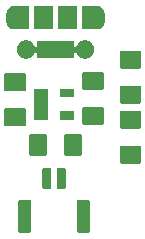
<source format=gbr>
G04 #@! TF.GenerationSoftware,KiCad,Pcbnew,(5.1.4)-1*
G04 #@! TF.CreationDate,2020-08-30T13:55:43+02:00*
G04 #@! TF.ProjectId,Battery Charger,42617474-6572-4792-9043-686172676572,rev?*
G04 #@! TF.SameCoordinates,Original*
G04 #@! TF.FileFunction,Soldermask,Top*
G04 #@! TF.FilePolarity,Negative*
%FSLAX46Y46*%
G04 Gerber Fmt 4.6, Leading zero omitted, Abs format (unit mm)*
G04 Created by KiCad (PCBNEW (5.1.4)-1) date 2020-08-30 13:55:43*
%MOMM*%
%LPD*%
G04 APERTURE LIST*
%ADD10C,0.100000*%
G04 APERTURE END LIST*
D10*
G36*
X78165434Y-94822686D02*
G01*
X78205284Y-94834774D01*
X78241999Y-94854399D01*
X78274186Y-94880814D01*
X78300601Y-94913001D01*
X78320226Y-94949716D01*
X78332314Y-94989566D01*
X78337000Y-95037141D01*
X78337000Y-97400859D01*
X78332314Y-97448434D01*
X78320226Y-97488284D01*
X78300601Y-97524999D01*
X78274186Y-97557186D01*
X78241999Y-97583601D01*
X78205284Y-97603226D01*
X78165434Y-97615314D01*
X78117859Y-97620000D01*
X77454141Y-97620000D01*
X77406566Y-97615314D01*
X77366716Y-97603226D01*
X77330001Y-97583601D01*
X77297814Y-97557186D01*
X77271399Y-97524999D01*
X77251774Y-97488284D01*
X77239686Y-97448434D01*
X77235000Y-97400859D01*
X77235000Y-95037141D01*
X77239686Y-94989566D01*
X77251774Y-94949716D01*
X77271399Y-94913001D01*
X77297814Y-94880814D01*
X77330001Y-94854399D01*
X77366716Y-94834774D01*
X77406566Y-94822686D01*
X77454141Y-94818000D01*
X78117859Y-94818000D01*
X78165434Y-94822686D01*
X78165434Y-94822686D01*
G37*
G36*
X73215434Y-94822686D02*
G01*
X73255284Y-94834774D01*
X73291999Y-94854399D01*
X73324186Y-94880814D01*
X73350601Y-94913001D01*
X73370226Y-94949716D01*
X73382314Y-94989566D01*
X73387000Y-95037141D01*
X73387000Y-97400859D01*
X73382314Y-97448434D01*
X73370226Y-97488284D01*
X73350601Y-97524999D01*
X73324186Y-97557186D01*
X73291999Y-97583601D01*
X73255284Y-97603226D01*
X73215434Y-97615314D01*
X73167859Y-97620000D01*
X72504141Y-97620000D01*
X72456566Y-97615314D01*
X72416716Y-97603226D01*
X72380001Y-97583601D01*
X72347814Y-97557186D01*
X72321399Y-97524999D01*
X72301774Y-97488284D01*
X72289686Y-97448434D01*
X72285000Y-97400859D01*
X72285000Y-95037141D01*
X72289686Y-94989566D01*
X72301774Y-94949716D01*
X72321399Y-94913001D01*
X72347814Y-94880814D01*
X72380001Y-94854399D01*
X72416716Y-94834774D01*
X72456566Y-94822686D01*
X72504141Y-94818000D01*
X73167859Y-94818000D01*
X73215434Y-94822686D01*
X73215434Y-94822686D01*
G37*
G36*
X74945928Y-92120764D02*
G01*
X74967009Y-92127160D01*
X74986445Y-92137548D01*
X75003476Y-92151524D01*
X75017452Y-92168555D01*
X75027840Y-92187991D01*
X75034236Y-92209072D01*
X75037000Y-92237140D01*
X75037000Y-93800860D01*
X75034236Y-93828928D01*
X75027840Y-93850009D01*
X75017452Y-93869445D01*
X75003476Y-93886476D01*
X74986445Y-93900452D01*
X74967009Y-93910840D01*
X74945928Y-93917236D01*
X74917860Y-93920000D01*
X74454140Y-93920000D01*
X74426072Y-93917236D01*
X74404991Y-93910840D01*
X74385555Y-93900452D01*
X74368524Y-93886476D01*
X74354548Y-93869445D01*
X74344160Y-93850009D01*
X74337764Y-93828928D01*
X74335000Y-93800860D01*
X74335000Y-92237140D01*
X74337764Y-92209072D01*
X74344160Y-92187991D01*
X74354548Y-92168555D01*
X74368524Y-92151524D01*
X74385555Y-92137548D01*
X74404991Y-92127160D01*
X74426072Y-92120764D01*
X74454140Y-92118000D01*
X74917860Y-92118000D01*
X74945928Y-92120764D01*
X74945928Y-92120764D01*
G37*
G36*
X76195928Y-92120764D02*
G01*
X76217009Y-92127160D01*
X76236445Y-92137548D01*
X76253476Y-92151524D01*
X76267452Y-92168555D01*
X76277840Y-92187991D01*
X76284236Y-92209072D01*
X76287000Y-92237140D01*
X76287000Y-93800860D01*
X76284236Y-93828928D01*
X76277840Y-93850009D01*
X76267452Y-93869445D01*
X76253476Y-93886476D01*
X76236445Y-93900452D01*
X76217009Y-93910840D01*
X76195928Y-93917236D01*
X76167860Y-93920000D01*
X75704140Y-93920000D01*
X75676072Y-93917236D01*
X75654991Y-93910840D01*
X75635555Y-93900452D01*
X75618524Y-93886476D01*
X75604548Y-93869445D01*
X75594160Y-93850009D01*
X75587764Y-93828928D01*
X75585000Y-93800860D01*
X75585000Y-92237140D01*
X75587764Y-92209072D01*
X75594160Y-92187991D01*
X75604548Y-92168555D01*
X75618524Y-92151524D01*
X75635555Y-92137548D01*
X75654991Y-92127160D01*
X75676072Y-92120764D01*
X75704140Y-92118000D01*
X76167860Y-92118000D01*
X76195928Y-92120764D01*
X76195928Y-92120764D01*
G37*
G36*
X82563562Y-90263181D02*
G01*
X82598481Y-90273774D01*
X82630663Y-90290976D01*
X82658873Y-90314127D01*
X82682024Y-90342337D01*
X82699226Y-90374519D01*
X82709819Y-90409438D01*
X82714000Y-90451895D01*
X82714000Y-91593105D01*
X82709819Y-91635562D01*
X82699226Y-91670481D01*
X82682024Y-91702663D01*
X82658873Y-91730873D01*
X82630663Y-91754024D01*
X82598481Y-91771226D01*
X82563562Y-91781819D01*
X82521105Y-91786000D01*
X81054895Y-91786000D01*
X81012438Y-91781819D01*
X80977519Y-91771226D01*
X80945337Y-91754024D01*
X80917127Y-91730873D01*
X80893976Y-91702663D01*
X80876774Y-91670481D01*
X80866181Y-91635562D01*
X80862000Y-91593105D01*
X80862000Y-90451895D01*
X80866181Y-90409438D01*
X80876774Y-90374519D01*
X80893976Y-90342337D01*
X80917127Y-90314127D01*
X80945337Y-90290976D01*
X80977519Y-90273774D01*
X81012438Y-90263181D01*
X81054895Y-90259000D01*
X82521105Y-90259000D01*
X82563562Y-90263181D01*
X82563562Y-90263181D01*
G37*
G36*
X77538562Y-89248181D02*
G01*
X77573481Y-89258774D01*
X77605663Y-89275976D01*
X77633873Y-89299127D01*
X77657024Y-89327337D01*
X77674226Y-89359519D01*
X77684819Y-89394438D01*
X77689000Y-89436895D01*
X77689000Y-90903105D01*
X77684819Y-90945562D01*
X77674226Y-90980481D01*
X77657024Y-91012663D01*
X77633873Y-91040873D01*
X77605663Y-91064024D01*
X77573481Y-91081226D01*
X77538562Y-91091819D01*
X77496105Y-91096000D01*
X76354895Y-91096000D01*
X76312438Y-91091819D01*
X76277519Y-91081226D01*
X76245337Y-91064024D01*
X76217127Y-91040873D01*
X76193976Y-91012663D01*
X76176774Y-90980481D01*
X76166181Y-90945562D01*
X76162000Y-90903105D01*
X76162000Y-89436895D01*
X76166181Y-89394438D01*
X76176774Y-89359519D01*
X76193976Y-89327337D01*
X76217127Y-89299127D01*
X76245337Y-89275976D01*
X76277519Y-89258774D01*
X76312438Y-89248181D01*
X76354895Y-89244000D01*
X77496105Y-89244000D01*
X77538562Y-89248181D01*
X77538562Y-89248181D01*
G37*
G36*
X74563562Y-89248181D02*
G01*
X74598481Y-89258774D01*
X74630663Y-89275976D01*
X74658873Y-89299127D01*
X74682024Y-89327337D01*
X74699226Y-89359519D01*
X74709819Y-89394438D01*
X74714000Y-89436895D01*
X74714000Y-90903105D01*
X74709819Y-90945562D01*
X74699226Y-90980481D01*
X74682024Y-91012663D01*
X74658873Y-91040873D01*
X74630663Y-91064024D01*
X74598481Y-91081226D01*
X74563562Y-91091819D01*
X74521105Y-91096000D01*
X73379895Y-91096000D01*
X73337438Y-91091819D01*
X73302519Y-91081226D01*
X73270337Y-91064024D01*
X73242127Y-91040873D01*
X73218976Y-91012663D01*
X73201774Y-90980481D01*
X73191181Y-90945562D01*
X73187000Y-90903105D01*
X73187000Y-89436895D01*
X73191181Y-89394438D01*
X73201774Y-89359519D01*
X73218976Y-89327337D01*
X73242127Y-89299127D01*
X73270337Y-89275976D01*
X73302519Y-89258774D01*
X73337438Y-89248181D01*
X73379895Y-89244000D01*
X74521105Y-89244000D01*
X74563562Y-89248181D01*
X74563562Y-89248181D01*
G37*
G36*
X82563562Y-87288181D02*
G01*
X82598481Y-87298774D01*
X82630663Y-87315976D01*
X82658873Y-87339127D01*
X82682024Y-87367337D01*
X82699226Y-87399519D01*
X82709819Y-87434438D01*
X82714000Y-87476895D01*
X82714000Y-88618105D01*
X82709819Y-88660562D01*
X82699226Y-88695481D01*
X82682024Y-88727663D01*
X82658873Y-88755873D01*
X82630663Y-88779024D01*
X82598481Y-88796226D01*
X82563562Y-88806819D01*
X82521105Y-88811000D01*
X81054895Y-88811000D01*
X81012438Y-88806819D01*
X80977519Y-88796226D01*
X80945337Y-88779024D01*
X80917127Y-88755873D01*
X80893976Y-88727663D01*
X80876774Y-88695481D01*
X80866181Y-88660562D01*
X80862000Y-88618105D01*
X80862000Y-87476895D01*
X80866181Y-87434438D01*
X80876774Y-87399519D01*
X80893976Y-87367337D01*
X80917127Y-87339127D01*
X80945337Y-87315976D01*
X80977519Y-87298774D01*
X81012438Y-87288181D01*
X81054895Y-87284000D01*
X82521105Y-87284000D01*
X82563562Y-87288181D01*
X82563562Y-87288181D01*
G37*
G36*
X72784562Y-87088181D02*
G01*
X72819481Y-87098774D01*
X72851663Y-87115976D01*
X72879873Y-87139127D01*
X72903024Y-87167337D01*
X72920226Y-87199519D01*
X72930819Y-87234438D01*
X72935000Y-87276895D01*
X72935000Y-88418105D01*
X72930819Y-88460562D01*
X72920226Y-88495481D01*
X72903024Y-88527663D01*
X72879873Y-88555873D01*
X72851663Y-88579024D01*
X72819481Y-88596226D01*
X72784562Y-88606819D01*
X72742105Y-88611000D01*
X71275895Y-88611000D01*
X71233438Y-88606819D01*
X71198519Y-88596226D01*
X71166337Y-88579024D01*
X71138127Y-88555873D01*
X71114976Y-88527663D01*
X71097774Y-88495481D01*
X71087181Y-88460562D01*
X71083000Y-88418105D01*
X71083000Y-87276895D01*
X71087181Y-87234438D01*
X71097774Y-87199519D01*
X71114976Y-87167337D01*
X71138127Y-87139127D01*
X71166337Y-87115976D01*
X71198519Y-87098774D01*
X71233438Y-87088181D01*
X71275895Y-87084000D01*
X72742105Y-87084000D01*
X72784562Y-87088181D01*
X72784562Y-87088181D01*
G37*
G36*
X79388562Y-86961181D02*
G01*
X79423481Y-86971774D01*
X79455663Y-86988976D01*
X79483873Y-87012127D01*
X79507024Y-87040337D01*
X79524226Y-87072519D01*
X79534819Y-87107438D01*
X79539000Y-87149895D01*
X79539000Y-88291105D01*
X79534819Y-88333562D01*
X79524226Y-88368481D01*
X79507024Y-88400663D01*
X79483873Y-88428873D01*
X79455663Y-88452024D01*
X79423481Y-88469226D01*
X79388562Y-88479819D01*
X79346105Y-88484000D01*
X77879895Y-88484000D01*
X77837438Y-88479819D01*
X77802519Y-88469226D01*
X77770337Y-88452024D01*
X77742127Y-88428873D01*
X77718976Y-88400663D01*
X77701774Y-88368481D01*
X77691181Y-88333562D01*
X77687000Y-88291105D01*
X77687000Y-87149895D01*
X77691181Y-87107438D01*
X77701774Y-87072519D01*
X77718976Y-87040337D01*
X77742127Y-87012127D01*
X77770337Y-86988976D01*
X77802519Y-86971774D01*
X77837438Y-86961181D01*
X77879895Y-86957000D01*
X79346105Y-86957000D01*
X79388562Y-86961181D01*
X79388562Y-86961181D01*
G37*
G36*
X76992000Y-88067000D02*
G01*
X75830000Y-88067000D01*
X75830000Y-87315000D01*
X76992000Y-87315000D01*
X76992000Y-88067000D01*
X76992000Y-88067000D01*
G37*
G36*
X74792000Y-88067000D02*
G01*
X73630000Y-88067000D01*
X73630000Y-85415000D01*
X74792000Y-85415000D01*
X74792000Y-88067000D01*
X74792000Y-88067000D01*
G37*
G36*
X82563562Y-85183181D02*
G01*
X82598481Y-85193774D01*
X82630663Y-85210976D01*
X82658873Y-85234127D01*
X82682024Y-85262337D01*
X82699226Y-85294519D01*
X82709819Y-85329438D01*
X82714000Y-85371895D01*
X82714000Y-86513105D01*
X82709819Y-86555562D01*
X82699226Y-86590481D01*
X82682024Y-86622663D01*
X82658873Y-86650873D01*
X82630663Y-86674024D01*
X82598481Y-86691226D01*
X82563562Y-86701819D01*
X82521105Y-86706000D01*
X81054895Y-86706000D01*
X81012438Y-86701819D01*
X80977519Y-86691226D01*
X80945337Y-86674024D01*
X80917127Y-86650873D01*
X80893976Y-86622663D01*
X80876774Y-86590481D01*
X80866181Y-86555562D01*
X80862000Y-86513105D01*
X80862000Y-85371895D01*
X80866181Y-85329438D01*
X80876774Y-85294519D01*
X80893976Y-85262337D01*
X80917127Y-85234127D01*
X80945337Y-85210976D01*
X80977519Y-85193774D01*
X81012438Y-85183181D01*
X81054895Y-85179000D01*
X82521105Y-85179000D01*
X82563562Y-85183181D01*
X82563562Y-85183181D01*
G37*
G36*
X76992000Y-86167000D02*
G01*
X75830000Y-86167000D01*
X75830000Y-85415000D01*
X76992000Y-85415000D01*
X76992000Y-86167000D01*
X76992000Y-86167000D01*
G37*
G36*
X72784562Y-84113181D02*
G01*
X72819481Y-84123774D01*
X72851663Y-84140976D01*
X72879873Y-84164127D01*
X72903024Y-84192337D01*
X72920226Y-84224519D01*
X72930819Y-84259438D01*
X72935000Y-84301895D01*
X72935000Y-85443105D01*
X72930819Y-85485562D01*
X72920226Y-85520481D01*
X72903024Y-85552663D01*
X72879873Y-85580873D01*
X72851663Y-85604024D01*
X72819481Y-85621226D01*
X72784562Y-85631819D01*
X72742105Y-85636000D01*
X71275895Y-85636000D01*
X71233438Y-85631819D01*
X71198519Y-85621226D01*
X71166337Y-85604024D01*
X71138127Y-85580873D01*
X71114976Y-85552663D01*
X71097774Y-85520481D01*
X71087181Y-85485562D01*
X71083000Y-85443105D01*
X71083000Y-84301895D01*
X71087181Y-84259438D01*
X71097774Y-84224519D01*
X71114976Y-84192337D01*
X71138127Y-84164127D01*
X71166337Y-84140976D01*
X71198519Y-84123774D01*
X71233438Y-84113181D01*
X71275895Y-84109000D01*
X72742105Y-84109000D01*
X72784562Y-84113181D01*
X72784562Y-84113181D01*
G37*
G36*
X79388562Y-83986181D02*
G01*
X79423481Y-83996774D01*
X79455663Y-84013976D01*
X79483873Y-84037127D01*
X79507024Y-84065337D01*
X79524226Y-84097519D01*
X79534819Y-84132438D01*
X79539000Y-84174895D01*
X79539000Y-85316105D01*
X79534819Y-85358562D01*
X79524226Y-85393481D01*
X79507024Y-85425663D01*
X79483873Y-85453873D01*
X79455663Y-85477024D01*
X79423481Y-85494226D01*
X79388562Y-85504819D01*
X79346105Y-85509000D01*
X77879895Y-85509000D01*
X77837438Y-85504819D01*
X77802519Y-85494226D01*
X77770337Y-85477024D01*
X77742127Y-85453873D01*
X77718976Y-85425663D01*
X77701774Y-85393481D01*
X77691181Y-85358562D01*
X77687000Y-85316105D01*
X77687000Y-84174895D01*
X77691181Y-84132438D01*
X77701774Y-84097519D01*
X77718976Y-84065337D01*
X77742127Y-84037127D01*
X77770337Y-84013976D01*
X77802519Y-83996774D01*
X77837438Y-83986181D01*
X77879895Y-83982000D01*
X79346105Y-83982000D01*
X79388562Y-83986181D01*
X79388562Y-83986181D01*
G37*
G36*
X82563562Y-82208181D02*
G01*
X82598481Y-82218774D01*
X82630663Y-82235976D01*
X82658873Y-82259127D01*
X82682024Y-82287337D01*
X82699226Y-82319519D01*
X82709819Y-82354438D01*
X82714000Y-82396895D01*
X82714000Y-83538105D01*
X82709819Y-83580562D01*
X82699226Y-83615481D01*
X82682024Y-83647663D01*
X82658873Y-83675873D01*
X82630663Y-83699024D01*
X82598481Y-83716226D01*
X82563562Y-83726819D01*
X82521105Y-83731000D01*
X81054895Y-83731000D01*
X81012438Y-83726819D01*
X80977519Y-83716226D01*
X80945337Y-83699024D01*
X80917127Y-83675873D01*
X80893976Y-83647663D01*
X80876774Y-83615481D01*
X80866181Y-83580562D01*
X80862000Y-83538105D01*
X80862000Y-82396895D01*
X80866181Y-82354438D01*
X80876774Y-82319519D01*
X80893976Y-82287337D01*
X80917127Y-82259127D01*
X80945337Y-82235976D01*
X80977519Y-82218774D01*
X81012438Y-82208181D01*
X81054895Y-82204000D01*
X82521105Y-82204000D01*
X82563562Y-82208181D01*
X82563562Y-82208181D01*
G37*
G36*
X73164348Y-81361320D02*
G01*
X73164350Y-81361321D01*
X73164351Y-81361321D01*
X73305574Y-81419817D01*
X73305577Y-81419819D01*
X73432669Y-81504739D01*
X73540761Y-81612831D01*
X73597375Y-81697560D01*
X73625683Y-81739926D01*
X73646517Y-81790225D01*
X73658068Y-81811836D01*
X73673614Y-81830778D01*
X73692556Y-81846323D01*
X73714166Y-81857874D01*
X73737615Y-81864987D01*
X73762001Y-81867389D01*
X73786387Y-81864987D01*
X73809836Y-81857874D01*
X73831447Y-81846323D01*
X73850389Y-81830777D01*
X73865934Y-81811835D01*
X73877485Y-81790225D01*
X73884598Y-81766776D01*
X73887000Y-81742390D01*
X73887000Y-81381500D01*
X76989000Y-81381500D01*
X76989000Y-81742390D01*
X76991402Y-81766776D01*
X76998515Y-81790225D01*
X77010066Y-81811836D01*
X77025611Y-81830778D01*
X77044553Y-81846323D01*
X77066164Y-81857874D01*
X77089613Y-81864987D01*
X77113999Y-81867389D01*
X77138385Y-81864987D01*
X77161834Y-81857874D01*
X77183445Y-81846323D01*
X77202387Y-81830778D01*
X77217932Y-81811836D01*
X77229483Y-81790225D01*
X77250317Y-81739926D01*
X77278625Y-81697560D01*
X77335239Y-81612831D01*
X77443331Y-81504739D01*
X77570423Y-81419819D01*
X77570426Y-81419817D01*
X77711649Y-81361321D01*
X77711650Y-81361321D01*
X77711652Y-81361320D01*
X77861569Y-81331500D01*
X78014431Y-81331500D01*
X78164348Y-81361320D01*
X78164350Y-81361321D01*
X78164351Y-81361321D01*
X78305574Y-81419817D01*
X78305577Y-81419819D01*
X78432669Y-81504739D01*
X78540761Y-81612831D01*
X78625681Y-81739923D01*
X78625683Y-81739926D01*
X78678479Y-81867389D01*
X78684180Y-81881152D01*
X78714000Y-82031069D01*
X78714000Y-82183931D01*
X78686326Y-82323061D01*
X78684179Y-82333851D01*
X78625683Y-82475074D01*
X78625682Y-82475075D01*
X78625681Y-82475077D01*
X78540761Y-82602169D01*
X78432669Y-82710261D01*
X78305577Y-82795181D01*
X78305574Y-82795183D01*
X78164351Y-82853679D01*
X78164350Y-82853679D01*
X78164348Y-82853680D01*
X78014431Y-82883500D01*
X77861569Y-82883500D01*
X77711652Y-82853680D01*
X77711650Y-82853679D01*
X77711649Y-82853679D01*
X77570426Y-82795183D01*
X77570423Y-82795181D01*
X77443331Y-82710261D01*
X77335239Y-82602169D01*
X77250318Y-82475075D01*
X77250317Y-82475074D01*
X77229481Y-82424772D01*
X77217932Y-82403164D01*
X77202386Y-82384222D01*
X77183444Y-82368677D01*
X77161834Y-82357126D01*
X77138385Y-82350013D01*
X77113999Y-82347611D01*
X77089613Y-82350013D01*
X77066164Y-82357126D01*
X77044553Y-82368677D01*
X77025611Y-82384223D01*
X77010066Y-82403165D01*
X76998515Y-82424775D01*
X76991402Y-82448224D01*
X76989000Y-82472610D01*
X76989000Y-82833500D01*
X73887000Y-82833500D01*
X73887000Y-82472610D01*
X73884598Y-82448224D01*
X73877485Y-82424775D01*
X73865934Y-82403164D01*
X73850389Y-82384222D01*
X73831447Y-82368677D01*
X73809836Y-82357126D01*
X73786387Y-82350013D01*
X73762001Y-82347611D01*
X73737615Y-82350013D01*
X73714166Y-82357126D01*
X73692555Y-82368677D01*
X73673613Y-82384222D01*
X73658068Y-82403164D01*
X73646519Y-82424772D01*
X73625683Y-82475074D01*
X73625682Y-82475075D01*
X73540761Y-82602169D01*
X73432669Y-82710261D01*
X73305577Y-82795181D01*
X73305574Y-82795183D01*
X73164351Y-82853679D01*
X73164350Y-82853679D01*
X73164348Y-82853680D01*
X73014431Y-82883500D01*
X72861569Y-82883500D01*
X72711652Y-82853680D01*
X72711650Y-82853679D01*
X72711649Y-82853679D01*
X72570426Y-82795183D01*
X72570423Y-82795181D01*
X72443331Y-82710261D01*
X72335239Y-82602169D01*
X72250319Y-82475077D01*
X72250318Y-82475075D01*
X72250317Y-82475074D01*
X72191821Y-82333851D01*
X72189675Y-82323061D01*
X72162000Y-82183931D01*
X72162000Y-82031069D01*
X72191820Y-81881152D01*
X72197521Y-81867389D01*
X72250317Y-81739926D01*
X72250319Y-81739923D01*
X72335239Y-81612831D01*
X72443331Y-81504739D01*
X72570423Y-81419819D01*
X72570426Y-81419817D01*
X72711649Y-81361321D01*
X72711650Y-81361321D01*
X72711652Y-81361320D01*
X72861569Y-81331500D01*
X73014431Y-81331500D01*
X73164348Y-81361320D01*
X73164348Y-81361320D01*
G37*
G36*
X71963862Y-78405898D02*
G01*
X71976114Y-78406500D01*
X73189000Y-78406500D01*
X73189000Y-80408500D01*
X71976114Y-80408500D01*
X71963862Y-80409102D01*
X71938000Y-80411649D01*
X71912138Y-80409102D01*
X71899886Y-80408500D01*
X71826594Y-80408500D01*
X71809836Y-80399543D01*
X71798299Y-80395415D01*
X71713307Y-80369632D01*
X71687664Y-80361854D01*
X71574575Y-80301406D01*
X71475447Y-80220054D01*
X71394094Y-80120924D01*
X71333646Y-80007835D01*
X71323960Y-79975903D01*
X71296420Y-79885117D01*
X71287000Y-79789472D01*
X71287000Y-79025527D01*
X71296420Y-78929882D01*
X71333645Y-78807168D01*
X71394096Y-78694074D01*
X71475447Y-78594946D01*
X71574576Y-78513594D01*
X71687666Y-78453146D01*
X71687669Y-78453145D01*
X71798290Y-78419588D01*
X71820925Y-78410212D01*
X71826481Y-78406500D01*
X71899886Y-78406500D01*
X71912138Y-78405898D01*
X71938000Y-78403351D01*
X71963862Y-78405898D01*
X71963862Y-78405898D01*
G37*
G36*
X78963862Y-78405898D02*
G01*
X78976114Y-78406500D01*
X79049406Y-78406500D01*
X79066164Y-78415457D01*
X79077707Y-78419587D01*
X79188331Y-78453145D01*
X79188334Y-78453146D01*
X79301424Y-78513594D01*
X79400554Y-78594947D01*
X79481906Y-78694075D01*
X79542354Y-78807164D01*
X79552040Y-78839096D01*
X79579580Y-78929882D01*
X79589000Y-79025527D01*
X79589000Y-79789473D01*
X79579580Y-79885118D01*
X79552040Y-79975904D01*
X79542354Y-80007836D01*
X79481906Y-80120925D01*
X79400554Y-80220054D01*
X79301425Y-80301406D01*
X79188336Y-80361854D01*
X79162693Y-80369632D01*
X79077708Y-80395413D01*
X79055075Y-80404787D01*
X79049518Y-80408500D01*
X78976114Y-80408500D01*
X78963862Y-80409102D01*
X78938000Y-80411649D01*
X78912138Y-80409102D01*
X78899886Y-80408500D01*
X77687000Y-80408500D01*
X77687000Y-78406500D01*
X78899886Y-78406500D01*
X78912138Y-78405898D01*
X78938000Y-78403351D01*
X78963862Y-78405898D01*
X78963862Y-78405898D01*
G37*
G36*
X75239000Y-80408500D02*
G01*
X73637000Y-80408500D01*
X73637000Y-78406500D01*
X75239000Y-78406500D01*
X75239000Y-80408500D01*
X75239000Y-80408500D01*
G37*
G36*
X77239000Y-80408500D02*
G01*
X75637000Y-80408500D01*
X75637000Y-78406500D01*
X77239000Y-78406500D01*
X77239000Y-80408500D01*
X77239000Y-80408500D01*
G37*
M02*

</source>
